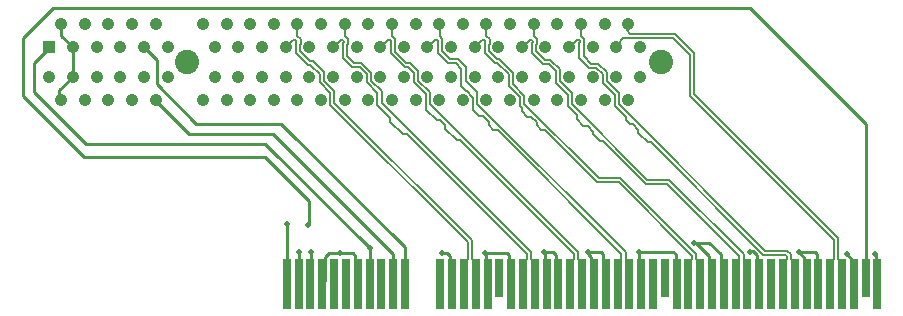
<source format=gtl>
G04*
G04 #@! TF.GenerationSoftware,Altium Limited,Altium Designer,19.0.4 (130)*
G04*
G04 Layer_Physical_Order=1*
G04 Layer_Color=255*
%FSLAX25Y25*%
%MOIN*%
G70*
G01*
G75*
%ADD12R,0.02756X0.16535*%
%ADD13R,0.02756X0.12598*%
%ADD14C,0.01000*%
%ADD23C,0.00700*%
%ADD24C,0.00600*%
%ADD25C,0.04134*%
%ADD26R,0.04134X0.04134*%
%ADD27C,0.08071*%
%ADD28C,0.02000*%
G36*
X111221Y86484D02*
D01*
D02*
G37*
D12*
X289961Y13780D02*
D03*
X282086D02*
D03*
X270276D02*
D03*
X297835D02*
D03*
X278150D02*
D03*
X286023D02*
D03*
X293898D02*
D03*
X301772D02*
D03*
X274213D02*
D03*
X258465D02*
D03*
X262402D02*
D03*
X266338D02*
D03*
X309646D02*
D03*
X179724D02*
D03*
X183661D02*
D03*
X211221D02*
D03*
X199409D02*
D03*
X187598D02*
D03*
X207284D02*
D03*
X191535D02*
D03*
X195472D02*
D03*
X203347D02*
D03*
X215158D02*
D03*
X219094D02*
D03*
X234842D02*
D03*
X254528D02*
D03*
X238780D02*
D03*
X246654D02*
D03*
X242717D02*
D03*
X230906D02*
D03*
X325394D02*
D03*
X352953D02*
D03*
X360827D02*
D03*
X329331D02*
D03*
X321457D02*
D03*
X313583D02*
D03*
X341142D02*
D03*
X317520D02*
D03*
X345079D02*
D03*
X349016D02*
D03*
X364764D02*
D03*
X376575D02*
D03*
X368701D02*
D03*
X356890D02*
D03*
X333268D02*
D03*
X337205D02*
D03*
D13*
X305709Y15748D02*
D03*
X250590D02*
D03*
X372638D02*
D03*
D14*
X334726Y24572D02*
X335229D01*
X336327Y23474D01*
Y14658D02*
Y23474D01*
Y14658D02*
X337205Y13780D01*
X186952Y33343D02*
Y41457D01*
Y33343D02*
X187000Y33295D01*
X172385Y56024D02*
X186952Y41457D01*
X112185Y56024D02*
X172385D01*
X91785Y76424D02*
X112185Y56024D01*
X91785Y76424D02*
Y95682D01*
X101628Y105525D01*
X334155D01*
X372638Y67042D01*
Y15748D02*
Y67042D01*
X183763Y24437D02*
X183865Y24539D01*
X183763Y13882D02*
Y24437D01*
X187636Y24069D02*
X187795Y24229D01*
X187636Y13817D02*
Y24069D01*
X187598Y13780D02*
X187636Y13817D01*
X183661Y13780D02*
X183763Y13882D01*
X197267Y23945D02*
X197275Y23953D01*
X193716Y23945D02*
X197267D01*
X192413Y22642D02*
X193716Y23945D01*
X192413Y14658D02*
Y22642D01*
X191535Y13780D02*
X192413Y14658D01*
X197413Y23919D02*
X197439Y23945D01*
X201627D01*
X202469Y23103D01*
Y14658D02*
Y23103D01*
Y14658D02*
X203347Y13780D01*
X207341Y25366D02*
X207347Y25361D01*
Y13843D02*
Y25361D01*
X207284Y13780D02*
X207347Y13843D01*
X231558Y24091D02*
X231798Y23851D01*
X233214D01*
X233965Y23100D01*
Y14658D02*
Y23100D01*
Y14658D02*
X234842Y13780D01*
X245817Y23750D02*
X246056Y23988D01*
X245972Y14461D02*
Y23750D01*
X253833Y14474D02*
X254528Y13780D01*
X246056Y23988D02*
X253008D01*
X253833Y23164D01*
Y14474D02*
Y23164D01*
X245972Y14461D02*
X246654Y13780D01*
X265497Y24287D02*
X265640Y24144D01*
X265595Y24384D02*
X265644Y24336D01*
X268378D01*
X269398Y23316D01*
Y14658D02*
Y23316D01*
Y14658D02*
X270276Y13780D01*
X265640Y14479D02*
Y24144D01*
Y14479D02*
X266338Y13780D01*
X280244Y24139D02*
X280245Y24140D01*
X285282Y14521D02*
X286023Y13780D01*
X280147Y24238D02*
X284591D01*
X285282Y23547D01*
Y14521D02*
Y23547D01*
X281209Y14658D02*
X282086Y13780D01*
X280244Y23711D02*
Y24139D01*
Y23711D02*
X281209Y22746D01*
Y14658D02*
Y22746D01*
X297190Y24433D02*
X297239Y24482D01*
X308471D01*
X309405Y23547D01*
Y14020D02*
Y23547D01*
Y14020D02*
X309646Y13780D01*
X297190Y24336D02*
X297235Y24291D01*
Y14379D02*
Y24291D01*
Y14379D02*
X297835Y13780D01*
X315844Y27314D02*
Y27354D01*
X315973Y27483D01*
X320609D01*
X324544Y23547D01*
Y14629D02*
Y23547D01*
Y14629D02*
X325394Y13780D01*
X316186Y27363D02*
X320579Y22971D01*
Y14658D02*
Y22971D01*
Y14658D02*
X321457Y13780D01*
X350614Y24287D02*
X355742D01*
X356481Y23547D01*
Y14188D02*
Y23547D01*
Y14188D02*
X356890Y13780D01*
X350517Y24065D02*
X352075Y22507D01*
Y14658D02*
Y22507D01*
Y14658D02*
X352953Y13780D01*
X375972Y23486D02*
X376063Y23395D01*
Y14291D02*
Y23395D01*
Y14291D02*
X376575Y13780D01*
X366364Y23516D02*
X367823Y22058D01*
Y14658D02*
Y22058D01*
Y14658D02*
X368701Y13780D01*
X100176Y92825D02*
X100675Y92326D01*
X100467Y92462D02*
X100472D01*
X99024Y91019D02*
X100467Y92462D01*
X99024Y91013D02*
Y91019D01*
X95428Y87418D02*
X99024Y91013D01*
X95428Y77674D02*
Y87418D01*
Y77674D02*
X112707Y60394D01*
X172559D01*
X179680Y33634D02*
X179758Y33555D01*
Y13814D02*
Y33555D01*
X179724Y13780D02*
X179758Y13814D01*
X183421Y14019D02*
X183661Y13780D01*
X187071Y14307D02*
X187598Y13780D01*
X300894Y14658D02*
X301772Y13780D01*
X104578Y96348D02*
X108419Y92507D01*
X103835Y78242D02*
X108419Y82826D01*
X104578Y96348D02*
Y100420D01*
X108419Y82826D02*
Y92507D01*
X136339Y80179D02*
X149416Y67101D01*
X136339Y80179D02*
Y88334D01*
X136468Y74426D02*
X147281Y63612D01*
X172559Y60394D02*
X207284Y25670D01*
X132087Y92586D02*
X136339Y88334D01*
X131924Y92749D02*
X132087Y92586D01*
X131895Y92749D02*
X131924D01*
X149416Y67101D02*
X177857D01*
X219094Y25864D01*
Y13780D02*
Y25864D01*
X136172Y74426D02*
X136468D01*
X147281Y63612D02*
X174992D01*
X215057Y23547D01*
Y13880D02*
Y23547D01*
Y13880D02*
X215158Y13780D01*
X103835Y74990D02*
Y78242D01*
D23*
X294276Y97003D02*
X309007D01*
X291865Y95603D02*
X308427D01*
X199016Y96360D02*
X200044Y95331D01*
Y93592D02*
Y95331D01*
X363495Y21938D02*
Y28951D01*
X362095Y21938D02*
Y28372D01*
X360827Y20669D02*
X362095Y21938D01*
X360827Y13780D02*
Y20669D01*
X315448Y76999D02*
X363495Y28951D01*
X314048Y76419D02*
X362095Y28372D01*
X363495Y21938D02*
X364764Y20669D01*
X290039Y92586D02*
Y93777D01*
X291865Y95603D01*
X292985Y99264D02*
X293813Y100092D01*
X292985Y98294D02*
Y99264D01*
Y98294D02*
X294276Y97003D01*
X289943Y92490D02*
X290039Y92586D01*
X300092Y60865D02*
X301153D01*
X296886Y64071D02*
X300092Y60865D01*
X301153D02*
X338610Y23407D01*
X309007Y97003D02*
X315448Y90562D01*
X308427Y95603D02*
X314048Y89982D01*
X237752Y14807D02*
X238780Y13780D01*
X289012Y73006D02*
Y76676D01*
X284957Y80731D02*
X289012Y76676D01*
X284957Y80731D02*
Y83746D01*
X282943Y85760D02*
X284957Y83746D01*
X277276Y89061D02*
Y94063D01*
X280577Y85760D02*
X282943D01*
X277276Y89061D02*
X280577Y85760D01*
X277276Y94063D02*
X277384Y94172D01*
X273339Y73040D02*
X276349Y70029D01*
X273339Y73040D02*
Y76677D01*
X269402Y80614D02*
X273339Y76677D01*
X269402Y80614D02*
Y84609D01*
X265242Y87043D02*
X266968D01*
X261528Y90756D02*
X265242Y87043D01*
X261528Y90756D02*
Y94063D01*
X261636Y94172D02*
Y94751D01*
X314851Y21938D02*
Y22997D01*
X290325Y47524D02*
X314851Y22997D01*
X283107Y47524D02*
X290325D01*
X259923Y69365D02*
X261266D01*
X258020Y71268D02*
X259923Y69365D01*
X258020Y71268D02*
Y72446D01*
X241800Y71539D02*
Y72717D01*
X241843Y73040D02*
Y75574D01*
X241403Y76014D02*
Y76119D01*
X239635Y77886D02*
X241403Y76119D01*
X239531Y77886D02*
X239635D01*
X230032Y90756D02*
Y94063D01*
Y90756D02*
X233583Y87205D01*
X237906Y79511D02*
Y85393D01*
X236094Y87205D02*
X237906Y85393D01*
X233583Y87205D02*
X236094D01*
X230032Y94063D02*
X230140Y94172D01*
X230512Y100460D02*
X230654Y100318D01*
X222158Y80914D02*
X226095Y76977D01*
X222158Y80914D02*
Y83972D01*
X220261Y85868D02*
X222158Y83972D01*
X218967Y85868D02*
X220261D01*
X214284Y90551D02*
X218967Y85868D01*
X214284Y90551D02*
Y94063D01*
X214392Y94172D02*
Y94751D01*
X209902Y73261D02*
Y73533D01*
X201484Y85982D02*
X203981D01*
X198536Y88930D02*
Y94063D01*
X198644Y94172D01*
Y94751D01*
X296886Y64071D02*
Y65132D01*
X295142Y66876D02*
X296886Y65132D01*
X293981Y66876D02*
X295142D01*
X292678Y68178D02*
X293981Y66876D01*
X292678Y68178D02*
Y69339D01*
X289012Y73006D02*
X292678Y69339D01*
X278553Y66375D02*
X280004D01*
X276349Y68579D02*
X278553Y66375D01*
X276349Y68579D02*
Y70029D01*
X280004Y66375D02*
X281938Y64441D01*
X285113Y61266D02*
X299368Y47011D01*
X284263Y61266D02*
X285113D01*
X281938Y63591D02*
X284263Y61266D01*
X281938Y63591D02*
Y64441D01*
X257507Y73124D02*
X258020Y72446D01*
X261266Y69365D02*
X263004Y67627D01*
Y66556D02*
Y67627D01*
Y66556D02*
X264545Y65015D01*
X265616D02*
X283107Y47524D01*
X264545Y65015D02*
X265616D01*
X258907Y73704D02*
X283687Y48924D01*
X258907Y73704D02*
Y76478D01*
X257507Y73124D02*
Y75898D01*
X249958Y64924D02*
X291229Y23654D01*
X248596Y64924D02*
X249958D01*
X246965Y66556D02*
X248596Y64924D01*
X246965Y66556D02*
Y67643D01*
X245062Y69546D02*
X246965Y67643D01*
X243793Y69546D02*
X245062D01*
X241800Y71539D02*
X243793Y69546D01*
X230654Y96218D02*
Y100318D01*
Y96218D02*
X231540Y95331D01*
X243243Y73620D02*
Y77527D01*
X239306Y81464D02*
X243243Y77527D01*
X239306Y81464D02*
Y85973D01*
X241403Y76014D02*
X241843Y75574D01*
X237906Y79511D02*
X239531Y77886D01*
X192062Y81494D02*
Y84397D01*
X188399Y88060D02*
X192062Y84397D01*
X187464Y88060D02*
X188399D01*
X218330Y63565D02*
X219822D01*
X214252Y67643D02*
X218330Y63565D01*
X214252Y67643D02*
Y68912D01*
X209907Y73480D02*
Y77417D01*
X209902Y73261D02*
X214252Y68912D01*
X219822Y63565D02*
X259733Y23654D01*
X229657Y68277D02*
X230857D01*
X226123Y71811D02*
X229657Y68277D01*
X226123Y71811D02*
Y72989D01*
X236306Y61719D02*
X237416D01*
X232568Y65457D02*
X236306Y61719D01*
X232568Y65457D02*
Y66567D01*
X230857Y68277D02*
X232568Y66567D01*
X237416Y61719D02*
X275481Y23654D01*
X226095Y73040D02*
Y76977D01*
X219547Y87268D02*
X220841D01*
X215684Y91131D02*
X219547Y87268D01*
X215684Y91131D02*
Y93483D01*
X215792Y93592D02*
Y95331D01*
X215684Y93483D02*
X215792Y93592D01*
X214764Y96360D02*
X215792Y95331D01*
X214284Y94063D02*
X214392Y94172D01*
X213982Y95161D02*
X214392Y94751D01*
X214764Y96360D02*
Y100460D01*
X220841Y87268D02*
X223558Y84551D01*
Y81494D02*
Y84551D01*
X314048Y76419D02*
Y89982D01*
X315448Y76999D02*
Y90562D01*
X364764Y13780D02*
Y20669D01*
X277756Y96360D02*
Y100460D01*
Y96360D02*
X278784Y95331D01*
Y93592D02*
Y95331D01*
X278676Y93483D02*
X278784Y93592D01*
X278676Y89641D02*
Y93483D01*
Y89641D02*
X281157Y87160D01*
X273819Y92586D02*
X276394Y95161D01*
X276974D01*
X277384Y94751D01*
Y94172D02*
Y94751D01*
X281157Y87160D02*
X283522D01*
X286357Y84326D01*
Y81311D02*
Y84326D01*
Y81311D02*
X290412Y77256D01*
Y73586D02*
Y77256D01*
Y73586D02*
X339190Y24807D01*
X346517D01*
X347747Y23577D01*
Y21938D02*
Y23577D01*
Y21938D02*
X349016Y20669D01*
Y13780D02*
Y20669D01*
X338610Y23407D02*
X345937D01*
X346347Y22997D01*
Y21938D02*
Y22997D01*
X345079Y20669D02*
X346347Y21938D01*
X345079Y13780D02*
Y20669D01*
X262008Y96360D02*
Y100460D01*
Y96360D02*
X263036Y95331D01*
Y93592D02*
Y95331D01*
X262928Y93483D02*
X263036Y93592D01*
X262928Y91336D02*
Y93483D01*
X258071Y92586D02*
X260646Y95161D01*
X261226D01*
X261636Y94751D01*
X261528Y94063D02*
X261636Y94172D01*
X262928Y91336D02*
X265822Y88443D01*
X267548D01*
X270802Y85189D01*
X266968Y87043D02*
X269402Y84609D01*
X270802Y81194D02*
Y85189D01*
Y81194D02*
X274739Y77257D01*
Y73620D02*
Y77257D01*
Y73620D02*
X299948Y48411D01*
X307166D01*
X331999Y23577D01*
Y21938D02*
Y23577D01*
Y21938D02*
X333268Y20669D01*
Y13780D02*
Y20669D01*
X299368Y47011D02*
X306586D01*
X330599Y22997D01*
Y21938D02*
Y22997D01*
X329331Y20669D02*
X330599Y21938D01*
X329331Y13780D02*
Y20669D01*
X246260Y96360D02*
Y100460D01*
Y96360D02*
X247288Y95331D01*
Y93592D02*
Y95331D01*
X247180Y93483D02*
X247288Y93592D01*
X247180Y91336D02*
Y93483D01*
Y91336D02*
X249744Y88772D01*
X250414D01*
X255054Y84133D01*
X242323Y92586D02*
X244898Y95161D01*
X245478D01*
X245888Y94751D01*
Y94172D02*
Y94751D01*
X245780Y94063D02*
X245888Y94172D01*
X245780Y90756D02*
Y94063D01*
Y90756D02*
X249164Y87372D01*
X249834D01*
X253654Y83553D01*
X255054Y80331D02*
Y84133D01*
X253654Y79751D02*
Y83553D01*
Y79751D02*
X257507Y75898D01*
X255054Y80331D02*
X258907Y76478D01*
X283687Y48924D02*
X290905D01*
X316251Y23577D01*
Y21938D02*
Y23577D01*
Y21938D02*
X317520Y20669D01*
Y13780D02*
Y20669D01*
X313583D02*
X314851Y21938D01*
X313583Y13780D02*
Y20669D01*
X231540Y93592D02*
Y95331D01*
X231432Y93483D02*
X231540Y93592D01*
X231432Y91336D02*
Y93483D01*
X226575Y92586D02*
X229150Y95161D01*
X229730D01*
X230140Y94751D01*
Y94172D02*
Y94751D01*
X231432Y91336D02*
X234163Y88605D01*
X236674D01*
X239306Y85973D01*
X243243Y73620D02*
X292629Y24234D01*
Y21938D02*
Y24234D01*
Y21938D02*
X293898Y20669D01*
Y13780D02*
Y20669D01*
X291229Y21938D02*
Y23654D01*
X289961Y20669D02*
X291229Y21938D01*
X289961Y13780D02*
Y20669D01*
X210827Y92586D02*
X213402Y95161D01*
X213982D01*
X223558Y81494D02*
X227495Y77557D01*
Y73620D02*
Y77557D01*
Y73620D02*
X276881Y24234D01*
Y21938D02*
Y24234D01*
Y21938D02*
X278150Y20669D01*
Y13780D02*
Y20669D01*
X275481Y21938D02*
Y23654D01*
X274213Y20669D02*
X275481Y21938D01*
X274213Y13780D02*
Y20669D01*
X199016Y96360D02*
Y100460D01*
X199936Y93483D02*
X200044Y93592D01*
X199936Y89510D02*
Y93483D01*
Y89510D02*
X202064Y87382D01*
X195079Y92586D02*
X197654Y95161D01*
X198234D01*
X198644Y94751D01*
X198536Y88930D02*
X201484Y85982D01*
X202064Y87382D02*
X204561D01*
X207810Y84133D01*
Y81494D02*
Y84133D01*
Y81494D02*
X211307Y77997D01*
Y74060D02*
Y77997D01*
Y74060D02*
X261133Y24234D01*
Y21938D02*
Y24234D01*
Y21938D02*
X262402Y20669D01*
Y13780D02*
Y20669D01*
X203981Y85982D02*
X206410Y83553D01*
Y80914D02*
Y83553D01*
Y80914D02*
X209907Y77417D01*
X259733Y21938D02*
Y23654D01*
X258465Y20669D02*
X259733Y21938D01*
X258465Y13780D02*
Y20669D01*
X183268Y96360D02*
Y100460D01*
Y96360D02*
X184296Y95331D01*
Y93592D02*
Y95331D01*
X184188Y93483D02*
X184296Y93592D01*
X184188Y91336D02*
Y93483D01*
Y91336D02*
X187464Y88060D01*
X192062Y81494D02*
X195559Y77997D01*
Y74060D02*
Y77997D01*
Y74060D02*
X241448Y28171D01*
Y21938D02*
Y28171D01*
Y21938D02*
X242717Y20669D01*
Y13780D02*
Y20669D01*
X179331Y92586D02*
X181906Y95161D01*
X182486D01*
X182896Y94751D01*
Y94172D02*
Y94751D01*
X182788Y94063D02*
X182896Y94172D01*
X182788Y90756D02*
Y94063D01*
Y90756D02*
X186884Y86660D01*
X187555D01*
X190662Y83553D01*
Y80914D02*
Y83553D01*
Y80914D02*
X194159Y77417D01*
Y73480D02*
Y77417D01*
Y73480D02*
X240048Y27591D01*
Y21938D02*
Y27591D01*
X238780Y20669D02*
X240048Y21938D01*
X238780Y13780D02*
Y20669D01*
D24*
X258243Y14002D02*
X258465Y13780D01*
D25*
X297441Y92586D02*
D03*
Y82744D02*
D03*
X293504Y100460D02*
D03*
Y74869D02*
D03*
X285630D02*
D03*
X277756D02*
D03*
X269882D02*
D03*
X262008D02*
D03*
X254134D02*
D03*
X246260D02*
D03*
X238386D02*
D03*
X230512D02*
D03*
X289567Y82744D02*
D03*
X281693D02*
D03*
X273819D02*
D03*
X265945D02*
D03*
X258071D02*
D03*
X250197D02*
D03*
X242323D02*
D03*
X234449D02*
D03*
X289567Y92586D02*
D03*
X281693D02*
D03*
X273819D02*
D03*
X265945D02*
D03*
X258071D02*
D03*
X250197D02*
D03*
X242323D02*
D03*
X234449D02*
D03*
X285630Y100460D02*
D03*
X277756D02*
D03*
X269882D02*
D03*
X262008D02*
D03*
X254134D02*
D03*
X246260D02*
D03*
X238386D02*
D03*
X108465Y92586D02*
D03*
X116339D02*
D03*
X124213D02*
D03*
X132087D02*
D03*
X139961D02*
D03*
X104528Y100460D02*
D03*
X112402D02*
D03*
X120276D02*
D03*
X128150D02*
D03*
X136024D02*
D03*
X100591Y82744D02*
D03*
X108465D02*
D03*
X116339D02*
D03*
X124213D02*
D03*
X132087D02*
D03*
X139961D02*
D03*
X104528Y74869D02*
D03*
X112402D02*
D03*
X120276D02*
D03*
X128150D02*
D03*
X136024D02*
D03*
X151772Y100460D02*
D03*
X159646D02*
D03*
X167520D02*
D03*
X175394D02*
D03*
X183268D02*
D03*
X191142D02*
D03*
X199016D02*
D03*
X206890D02*
D03*
X214764D02*
D03*
X222638D02*
D03*
X155709Y92586D02*
D03*
X163583D02*
D03*
X171457D02*
D03*
X179331D02*
D03*
X187205D02*
D03*
X195079D02*
D03*
X202953D02*
D03*
X210827D02*
D03*
X218701D02*
D03*
X155709Y82744D02*
D03*
X163583D02*
D03*
X171457D02*
D03*
X179331D02*
D03*
X187205D02*
D03*
X195079D02*
D03*
X202953D02*
D03*
X210827D02*
D03*
X218701D02*
D03*
X151772Y74869D02*
D03*
X159646D02*
D03*
X167520D02*
D03*
X175394D02*
D03*
X183268D02*
D03*
X191142D02*
D03*
X199016D02*
D03*
X206890D02*
D03*
X214764D02*
D03*
X222638D02*
D03*
X226575Y82744D02*
D03*
Y92586D02*
D03*
X230512Y100460D02*
D03*
D26*
X100591Y92586D02*
D03*
D27*
X146457Y87665D02*
D03*
X304528D02*
D03*
D28*
X186785Y33242D02*
D03*
X207410Y25573D02*
D03*
X231607Y24043D02*
D03*
X375872Y23637D02*
D03*
X366414Y23737D02*
D03*
X197325Y23945D02*
D03*
X187673Y24354D02*
D03*
X183865Y24401D02*
D03*
X179793Y33634D02*
D03*
X297043Y24482D02*
D03*
X350565Y24287D02*
D03*
X334048Y24474D02*
D03*
X315511Y27483D02*
D03*
X280052Y24173D02*
D03*
X265448Y24336D02*
D03*
X245781Y23988D02*
D03*
M02*

</source>
